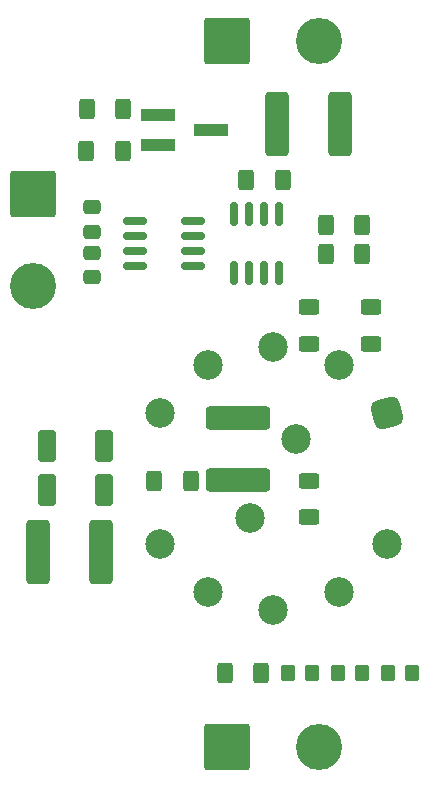
<source format=gbr>
%TF.GenerationSoftware,KiCad,Pcbnew,7.0.10*%
%TF.CreationDate,2024-06-24T21:04:26-04:00*%
%TF.ProjectId,nulldetector,6e756c6c-6465-4746-9563-746f722e6b69,rev?*%
%TF.SameCoordinates,Original*%
%TF.FileFunction,Soldermask,Top*%
%TF.FilePolarity,Negative*%
%FSLAX46Y46*%
G04 Gerber Fmt 4.6, Leading zero omitted, Abs format (unit mm)*
G04 Created by KiCad (PCBNEW 7.0.10) date 2024-06-24 21:04:26*
%MOMM*%
%LPD*%
G01*
G04 APERTURE LIST*
G04 Aperture macros list*
%AMRoundRect*
0 Rectangle with rounded corners*
0 $1 Rounding radius*
0 $2 $3 $4 $5 $6 $7 $8 $9 X,Y pos of 4 corners*
0 Add a 4 corners polygon primitive as box body*
4,1,4,$2,$3,$4,$5,$6,$7,$8,$9,$2,$3,0*
0 Add four circle primitives for the rounded corners*
1,1,$1+$1,$2,$3*
1,1,$1+$1,$4,$5*
1,1,$1+$1,$6,$7*
1,1,$1+$1,$8,$9*
0 Add four rect primitives between the rounded corners*
20,1,$1+$1,$2,$3,$4,$5,0*
20,1,$1+$1,$4,$5,$6,$7,0*
20,1,$1+$1,$6,$7,$8,$9,0*
20,1,$1+$1,$8,$9,$2,$3,0*%
G04 Aperture macros list end*
%ADD10RoundRect,0.250002X-1.699998X-1.699998X1.699998X-1.699998X1.699998X1.699998X-1.699998X1.699998X0*%
%ADD11C,3.900000*%
%ADD12RoundRect,0.250000X0.400000X0.625000X-0.400000X0.625000X-0.400000X-0.625000X0.400000X-0.625000X0*%
%ADD13RoundRect,0.250000X0.625000X-0.400000X0.625000X0.400000X-0.625000X0.400000X-0.625000X-0.400000X0*%
%ADD14RoundRect,0.250000X-0.400000X-0.625000X0.400000X-0.625000X0.400000X0.625000X-0.400000X0.625000X0*%
%ADD15RoundRect,0.150000X0.150000X-0.825000X0.150000X0.825000X-0.150000X0.825000X-0.150000X-0.825000X0*%
%ADD16RoundRect,0.249999X0.737501X2.450001X-0.737501X2.450001X-0.737501X-2.450001X0.737501X-2.450001X0*%
%ADD17R,3.000000X1.000000*%
%ADD18RoundRect,0.249999X2.450001X-0.737501X2.450001X0.737501X-2.450001X0.737501X-2.450001X-0.737501X0*%
%ADD19RoundRect,0.250000X-0.350000X-0.450000X0.350000X-0.450000X0.350000X0.450000X-0.350000X0.450000X0*%
%ADD20RoundRect,0.250000X-0.475000X0.337500X-0.475000X-0.337500X0.475000X-0.337500X0.475000X0.337500X0*%
%ADD21RoundRect,0.150000X0.825000X0.150000X-0.825000X0.150000X-0.825000X-0.150000X0.825000X-0.150000X0*%
%ADD22RoundRect,0.250002X-1.699998X1.699998X-1.699998X-1.699998X1.699998X-1.699998X1.699998X1.699998X0*%
%ADD23RoundRect,0.250000X-0.500000X-1.100000X0.500000X-1.100000X0.500000X1.100000X-0.500000X1.100000X0*%
%ADD24RoundRect,0.250000X0.500000X1.100000X-0.500000X1.100000X-0.500000X-1.100000X0.500000X-1.100000X0*%
%ADD25RoundRect,0.625000X0.441942X0.765466X-0.765466X0.441942X-0.441942X-0.765466X0.765466X-0.441942X0*%
%ADD26C,2.500000*%
G04 APERTURE END LIST*
D10*
%TO.C,J2*%
X145350000Y-85750000D03*
D11*
X153150000Y-85750000D03*
%TD*%
D12*
%TO.C,R13*%
X156800000Y-101250000D03*
X153700000Y-101250000D03*
%TD*%
D13*
%TO.C,R10*%
X152250000Y-111350000D03*
X152250000Y-108250000D03*
%TD*%
D14*
%TO.C,R9*%
X146950000Y-97500000D03*
X150050000Y-97500000D03*
%TD*%
D15*
%TO.C,U2*%
X145960000Y-105340000D03*
X147230000Y-105340000D03*
X148500000Y-105340000D03*
X149770000Y-105340000D03*
X149770000Y-100390000D03*
X148500000Y-100390000D03*
X147230000Y-100390000D03*
X145960000Y-100390000D03*
%TD*%
D16*
%TO.C,C5*%
X154887500Y-92750000D03*
X149612500Y-92750000D03*
%TD*%
D12*
%TO.C,R6*%
X142300000Y-123000000D03*
X139200000Y-123000000D03*
%TD*%
D17*
%TO.C,RV1*%
X139490004Y-94548001D03*
X143990004Y-93278001D03*
X139490004Y-92008001D03*
%TD*%
D10*
%TO.C,J1*%
X145350000Y-145500000D03*
D11*
X153150000Y-145500000D03*
%TD*%
D13*
%TO.C,R11*%
X157500000Y-111350000D03*
X157500000Y-108250000D03*
%TD*%
D18*
%TO.C,C3*%
X146250000Y-122887500D03*
X146250000Y-117612500D03*
%TD*%
D19*
%TO.C,R3*%
X154750000Y-139250000D03*
X156750000Y-139250000D03*
%TD*%
D14*
%TO.C,R7*%
X133424000Y-95056001D03*
X136524000Y-95056001D03*
%TD*%
%TO.C,R1*%
X145150000Y-139250000D03*
X148250000Y-139250000D03*
%TD*%
D20*
%TO.C,C1*%
X133956998Y-99774000D03*
X133956998Y-101849000D03*
%TD*%
D14*
%TO.C,R12*%
X153700000Y-103750000D03*
X156800000Y-103750000D03*
%TD*%
D16*
%TO.C,C4*%
X134637500Y-129000000D03*
X129362500Y-129000000D03*
%TD*%
D20*
%TO.C,C2*%
X133957000Y-103627000D03*
X133957000Y-105702000D03*
%TD*%
D21*
%TO.C,U1*%
X142475000Y-104770000D03*
X142475000Y-103500000D03*
X142475000Y-102230000D03*
X142475000Y-100960000D03*
X137525000Y-100960000D03*
X137525000Y-102230000D03*
X137525000Y-103500000D03*
X137525000Y-104770000D03*
%TD*%
D22*
%TO.C,BT1*%
X128942000Y-98658000D03*
D11*
X128942000Y-106458000D03*
%TD*%
D19*
%TO.C,R4*%
X159000000Y-139250000D03*
X161000000Y-139250000D03*
%TD*%
D13*
%TO.C,R5*%
X152250000Y-126050000D03*
X152250000Y-122950000D03*
%TD*%
D19*
%TO.C,R2*%
X150500000Y-139250000D03*
X152500000Y-139250000D03*
%TD*%
D23*
%TO.C,D2*%
X130100000Y-120000000D03*
X134900000Y-120000000D03*
%TD*%
D12*
%TO.C,R8*%
X136550000Y-91500000D03*
X133450000Y-91500000D03*
%TD*%
D24*
%TO.C,D1*%
X134900000Y-123750000D03*
X130100000Y-123750000D03*
%TD*%
D25*
%TO.C,SW1*%
X158861914Y-117203253D03*
D26*
X154800788Y-113135753D03*
X149247667Y-111652464D03*
X143703253Y-113138086D03*
X139635753Y-117199212D03*
X139638086Y-128296747D03*
X143699212Y-132364247D03*
X149252333Y-133847536D03*
X154796747Y-132361914D03*
X158864247Y-128300788D03*
X151173330Y-119418694D03*
X147326670Y-126081306D03*
%TD*%
M02*

</source>
